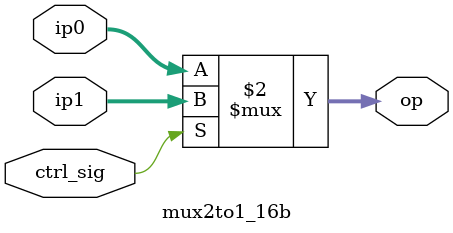
<source format=v>
module mux2to1_16b(ip0, ip1, ctrl_sig, op);
input wire [15:0] ip1, ip0;
input wire ctrl_sig;
output reg [15:0] op;
always @(*)
begin
 op = (ctrl_sig) ? ip1: ip0;
 end
endmodule

</source>
